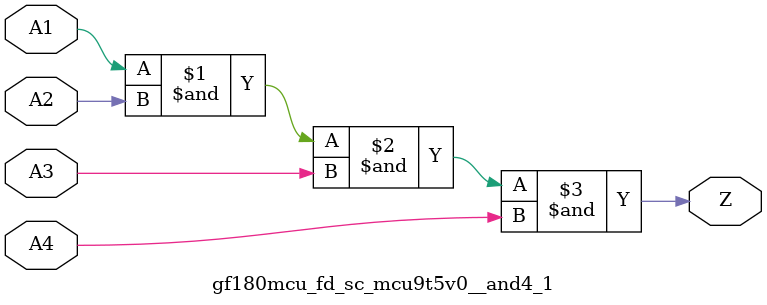
<source format=v>

module gf180mcu_fd_sc_mcu9t5v0__and4_1( A1, A2, A3, A4, Z );
input A1, A2, A3, A4;
output Z;

	and MGM_BG_0( Z, A1, A2, A3, A4 );

endmodule

</source>
